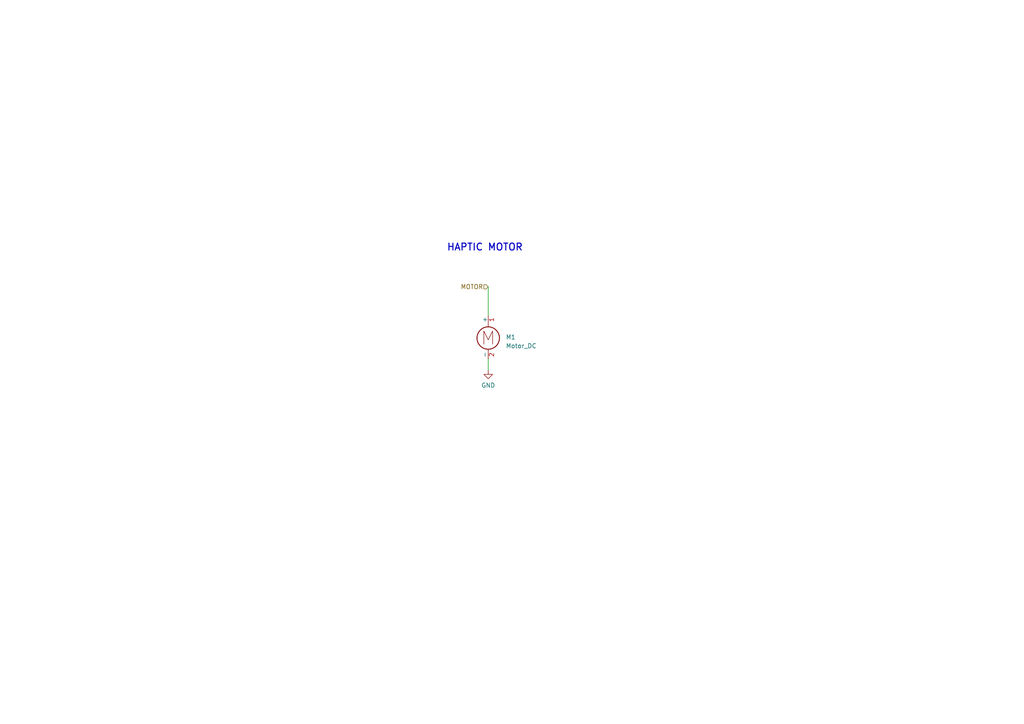
<source format=kicad_sch>
(kicad_sch (version 20230121) (generator eeschema)

  (uuid 337d2bdd-3e82-45dc-b8e5-4843ba7b46d4)

  (paper "A4")

  (lib_symbols
    (symbol "Motor:Motor_DC" (pin_names (offset 0)) (in_bom yes) (on_board yes)
      (property "Reference" "M" (at 2.54 2.54 0)
        (effects (font (size 1.27 1.27)) (justify left))
      )
      (property "Value" "Motor_DC" (at 2.54 -5.08 0)
        (effects (font (size 1.27 1.27)) (justify left top))
      )
      (property "Footprint" "" (at 0 -2.286 0)
        (effects (font (size 1.27 1.27)) hide)
      )
      (property "Datasheet" "~" (at 0 -2.286 0)
        (effects (font (size 1.27 1.27)) hide)
      )
      (property "ki_keywords" "DC Motor" (at 0 0 0)
        (effects (font (size 1.27 1.27)) hide)
      )
      (property "ki_description" "DC Motor" (at 0 0 0)
        (effects (font (size 1.27 1.27)) hide)
      )
      (property "ki_fp_filters" "PinHeader*P2.54mm* TerminalBlock*" (at 0 0 0)
        (effects (font (size 1.27 1.27)) hide)
      )
      (symbol "Motor_DC_0_0"
        (polyline
          (pts
            (xy -1.27 -3.302)
            (xy -1.27 0.508)
            (xy 0 -2.032)
            (xy 1.27 0.508)
            (xy 1.27 -3.302)
          )
          (stroke (width 0) (type default))
          (fill (type none))
        )
      )
      (symbol "Motor_DC_0_1"
        (circle (center 0 -1.524) (radius 3.2512)
          (stroke (width 0.254) (type default))
          (fill (type none))
        )
        (polyline
          (pts
            (xy 0 -7.62)
            (xy 0 -7.112)
          )
          (stroke (width 0) (type default))
          (fill (type none))
        )
        (polyline
          (pts
            (xy 0 -4.7752)
            (xy 0 -5.1816)
          )
          (stroke (width 0) (type default))
          (fill (type none))
        )
        (polyline
          (pts
            (xy 0 1.7272)
            (xy 0 2.0828)
          )
          (stroke (width 0) (type default))
          (fill (type none))
        )
        (polyline
          (pts
            (xy 0 2.032)
            (xy 0 2.54)
          )
          (stroke (width 0) (type default))
          (fill (type none))
        )
      )
      (symbol "Motor_DC_1_1"
        (pin passive line (at 0 5.08 270) (length 2.54)
          (name "+" (effects (font (size 1.27 1.27))))
          (number "1" (effects (font (size 1.27 1.27))))
        )
        (pin passive line (at 0 -7.62 90) (length 2.54)
          (name "-" (effects (font (size 1.27 1.27))))
          (number "2" (effects (font (size 1.27 1.27))))
        )
      )
    )
    (symbol "power:GND" (power) (pin_names (offset 0)) (in_bom yes) (on_board yes)
      (property "Reference" "#PWR" (at 0 -6.35 0)
        (effects (font (size 1.27 1.27)) hide)
      )
      (property "Value" "GND" (at 0 -3.81 0)
        (effects (font (size 1.27 1.27)))
      )
      (property "Footprint" "" (at 0 0 0)
        (effects (font (size 1.27 1.27)) hide)
      )
      (property "Datasheet" "" (at 0 0 0)
        (effects (font (size 1.27 1.27)) hide)
      )
      (property "ki_keywords" "global power" (at 0 0 0)
        (effects (font (size 1.27 1.27)) hide)
      )
      (property "ki_description" "Power symbol creates a global label with name \"GND\" , ground" (at 0 0 0)
        (effects (font (size 1.27 1.27)) hide)
      )
      (symbol "GND_0_1"
        (polyline
          (pts
            (xy 0 0)
            (xy 0 -1.27)
            (xy 1.27 -1.27)
            (xy 0 -2.54)
            (xy -1.27 -1.27)
            (xy 0 -1.27)
          )
          (stroke (width 0) (type default))
          (fill (type none))
        )
      )
      (symbol "GND_1_1"
        (pin power_in line (at 0 0 270) (length 0) hide
          (name "GND" (effects (font (size 1.27 1.27))))
          (number "1" (effects (font (size 1.27 1.27))))
        )
      )
    )
  )


  (wire (pts (xy 141.605 104.14) (xy 141.605 107.315))
    (stroke (width 0) (type default))
    (uuid c5ffccbe-c9dc-4705-ac71-9b83858d7760)
  )
  (wire (pts (xy 141.605 83.185) (xy 141.605 91.44))
    (stroke (width 0) (type default))
    (uuid df4fba4b-9ef6-493f-94fe-3396b59e9b27)
  )

  (text "HAPTIC MOTOR\n" (at 129.54 73.025 0)
    (effects (font (size 2 2) (thickness 0.3) bold) (justify left bottom))
    (uuid 0af3070d-342b-4022-8339-f21369593f62)
  )

  (hierarchical_label "MOTOR" (shape input) (at 141.605 83.185 180) (fields_autoplaced)
    (effects (font (size 1.27 1.27)) (justify right))
    (uuid 96b09d7c-c9f1-4401-82b6-98a811b85ea4)
  )

  (symbol (lib_id "power:GND") (at 141.605 107.315 0) (unit 1)
    (in_bom yes) (on_board yes) (dnp no) (fields_autoplaced)
    (uuid bc4d68af-174d-4fd1-b211-24dde51cb71f)
    (property "Reference" "#PWR026" (at 141.605 113.665 0)
      (effects (font (size 1.27 1.27)) hide)
    )
    (property "Value" "GND" (at 141.605 111.76 0)
      (effects (font (size 1.27 1.27)))
    )
    (property "Footprint" "" (at 141.605 107.315 0)
      (effects (font (size 1.27 1.27)) hide)
    )
    (property "Datasheet" "" (at 141.605 107.315 0)
      (effects (font (size 1.27 1.27)) hide)
    )
    (pin "1" (uuid ca624f51-cccc-4e17-8090-6c25aa2eabcd))
    (instances
      (project "Hapty"
        (path "/6956d5b6-c4e4-494f-ad33-929668a150f2/97564ff4-8fc9-4848-aecf-26d1447d9009"
          (reference "#PWR026") (unit 1)
        )
      )
    )
  )

  (symbol (lib_id "Motor:Motor_DC") (at 141.605 96.52 0) (unit 1)
    (in_bom yes) (on_board yes) (dnp no) (fields_autoplaced)
    (uuid fb64955e-f870-4e9e-95d7-f572a7dcd0b3)
    (property "Reference" "M1" (at 146.685 97.7899 0)
      (effects (font (size 1.27 1.27)) (justify left))
    )
    (property "Value" "Motor_DC" (at 146.685 100.3299 0)
      (effects (font (size 1.27 1.27)) (justify left))
    )
    (property "Footprint" "" (at 141.605 98.806 0)
      (effects (font (size 1.27 1.27)) hide)
    )
    (property "Datasheet" "~" (at 141.605 98.806 0)
      (effects (font (size 1.27 1.27)) hide)
    )
    (pin "1" (uuid 0f184450-e4aa-438a-91cc-a5669f4f54a5))
    (pin "2" (uuid 8a42f72f-bc40-4d43-b51d-e341ce8eba15))
    (instances
      (project "Hapty"
        (path "/6956d5b6-c4e4-494f-ad33-929668a150f2/97564ff4-8fc9-4848-aecf-26d1447d9009"
          (reference "M1") (unit 1)
        )
      )
    )
  )
)

</source>
